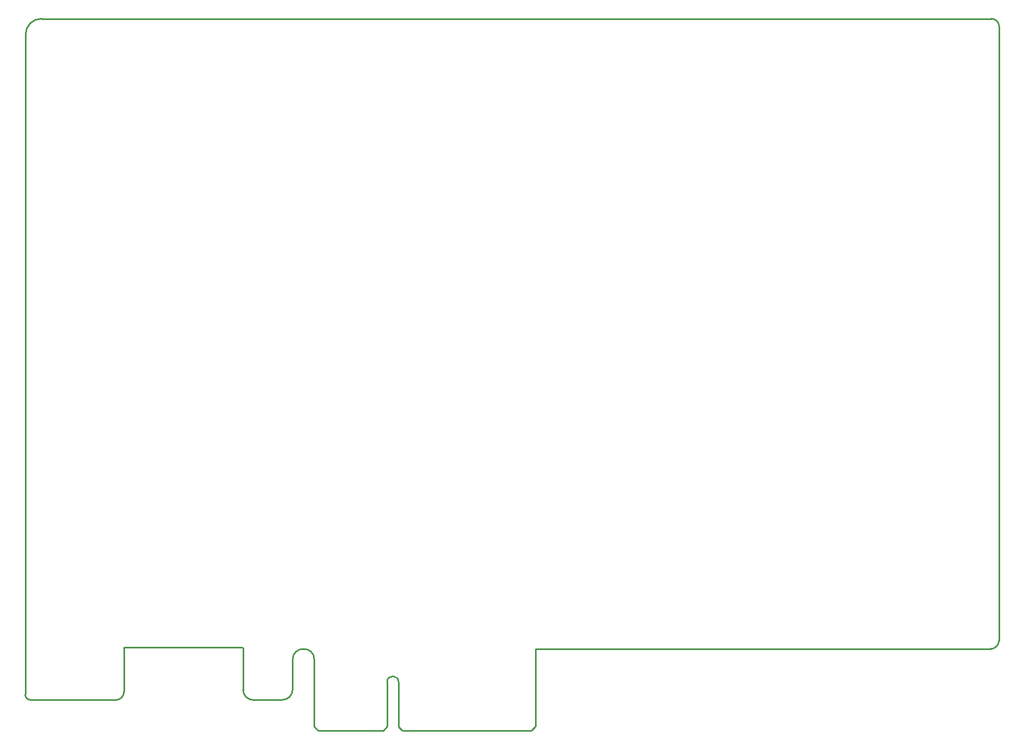
<source format=gbr>
G04*
G04 #@! TF.GenerationSoftware,Altium Limited,Altium Designer,24.2.2 (26)*
G04*
G04 Layer_Color=8388736*
%FSLAX25Y25*%
%MOIN*%
G70*
G04*
G04 #@! TF.SameCoordinates,80A8E479-4E92-43EF-BFA2-91FD1FC97BD2*
G04*
G04*
G04 #@! TF.FilePolarity,Positive*
G04*
G01*
G75*
%ADD14C,0.01000*%
D14*
X564995Y-365477D02*
G03*
X569995Y-360477I0J5000D01*
G01*
X570081Y18415D02*
G03*
X565413Y22915I-4584J-84D01*
G01*
X-19497Y22934D02*
G03*
X-29069Y13361I0J-9573D01*
G01*
X-29349Y-393640D02*
G03*
X-26000Y-396990I3349J0D01*
G01*
X31951Y-364509D02*
G03*
X31450Y-365009I0J-500D01*
G01*
X26450Y-396990D02*
G03*
X31451Y-391990I-0J5000D01*
G01*
X104758Y-365009D02*
G03*
X104258Y-364509I-500J0D01*
G01*
X104746Y-390599D02*
G03*
X111148Y-397002I6403J0D01*
G01*
X128851Y-396954D02*
G03*
X135254Y-390551I0J6403D01*
G01*
X200500Y-385874D02*
G03*
X193420Y-385874I-3540J0D01*
G01*
X148633Y-372195D02*
G03*
X135254Y-372195I-6690J0D01*
G01*
X-19497Y22892D02*
X565413Y22892D01*
X31451Y-391990D02*
Y-365009D01*
X-26000Y-396990D02*
X26450D01*
X284663Y-413238D02*
Y-365510D01*
X284515Y-413593D02*
X284517Y-413591D01*
X282550Y-415558D02*
X284515Y-413593D01*
X282548Y-415560D02*
X282550Y-415558D01*
X148623Y-413445D02*
X150737Y-415558D01*
X150738Y-415560D01*
X135254Y-390551D02*
Y-372195D01*
X104757Y-390599D02*
Y-365009D01*
X111148Y-396990D02*
X128851D01*
X200500Y-413443D02*
Y-385874D01*
Y-413443D02*
X202613Y-415556D01*
X148623Y-413445D02*
Y-372198D01*
X202667Y-415706D02*
X282194Y-415706D01*
X193420Y-413236D02*
Y-385874D01*
X151092Y-415706D02*
X190363D01*
X191157D01*
X193272Y-413591D01*
X31951Y-364509D02*
X104258Y-364509D01*
X570000Y18415D02*
X570000Y-360477D01*
X284663Y-365510D02*
X564995Y-365510D01*
X-29349Y-393640D02*
X-29050Y13361D01*
M02*

</source>
